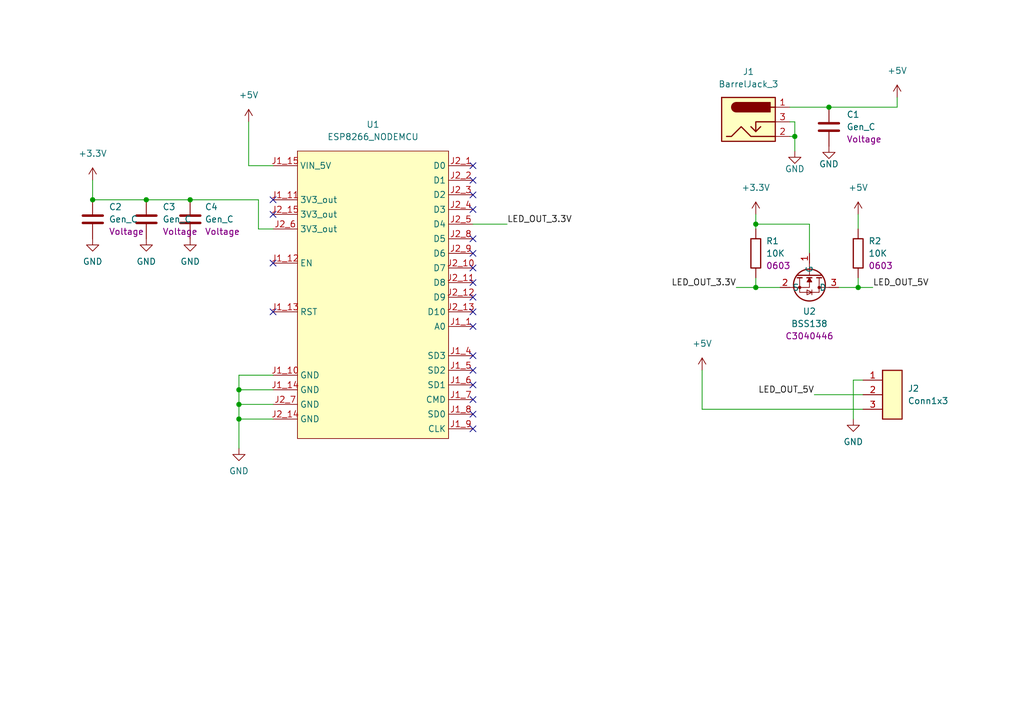
<source format=kicad_sch>
(kicad_sch (version 20211123) (generator eeschema)
  (paper "A5")
  (lib_symbols
    (symbol "Herranz - Capacitor (0603):Gen_C" (pin_numbers hide) (pin_names (offset 0) hide)
      (property "Reference" "C" (at 4 -7 0))
      (property "Value" "Gen_C" (at 6 -5 0))
      (property "Voltage" "Voltage" (at 7 -9 0))
      (symbol "Gen_C_0_1"
        (polyline (pts (xy -2 -6.75) (xy 2.064 -6.75)) (stroke (width 0.508)))
        (polyline (pts (xy -2 -5.25) (xy 2.064 -5.25)) (stroke (width 0.508)))
      )
      (symbol "Gen_C_1_1"
        (pin passive line (at 0 -2 270) (length 3) (name "~") (number "1"))
        (pin passive line (at 0 -10 90) (length 3) (name "~") (number "2"))
      )
    )
    (symbol "Herranz - Capacitor (0805):Gen_C" (pin_numbers hide) (pin_names (offset 0) hide)
      (property "Reference" "C" (at 4 -4 0))
      (property "Value" "Gen_C" (at 6 -2 0))
      (property "Voltage" "Voltage" (at 7 -6 0))
      (symbol "Gen_C_0_1"
        (polyline (pts (xy -2.032 -4.826) (xy 2.032 -4.826)) (stroke (width 0.508)))
        (polyline (pts (xy -2.032 -3.302) (xy 2.032 -3.302)) (stroke (width 0.508)))
      )
      (symbol "Gen_C_1_1"
        (pin passive line (at 0 0 270) (length 3) (name "~") (number "1"))
        (pin passive line (at 0 -8 90) (length 3) (name "~") (number "2"))
      )
    )
    (symbol "Herranz - Conn Power:BarrelJack_3"
      (property "Reference" "J" (at -6 1 0))
      (property "Value" "BarrelJack_3" (at -1 -10 0))
      (symbol "BarrelJack_3_0_1"
        (rectangle (start -7 0) (end 4 -9) (stroke (width 0.254)) (fill (type background)))
        (circle (center -4 -2) (radius 1) (fill (type outline)))
        (rectangle (start -4 -1) (end 2.985 -3) (fill (type outline)))
        (polyline (pts (xy 1 -6) (xy 0 -7)) (stroke (width 0.254)))
        (polyline (pts (xy 4 -2) (xy 2.73 -2)) (stroke (width 0.254)))
        (polyline (pts (xy 4 -5) (xy 0 -5) (xy 0 -7) (xy -1 -6)) (stroke (width 0.254)))
        (polyline (pts (xy -6 -8) (xy -5 -8) (xy -3 -6) (xy -1 -8) (xy 0.35 -8) (xy 4 -8)) (stroke (width 0.254)))
      )
      (symbol "BarrelJack_3_1_1"
        (pin passive line (at 7 -2 180) (length 3) (name "~") (number "1"))
        (pin passive line (at 7 -8 180) (length 3) (name "~") (number "2"))
        (pin passive line (at 7 -5 180) (length 3) (name "~") (number "3"))
      )
    )
    (symbol "Herranz - DevBoards:ESP8266_NODEMCU"
      (property "Reference" "U" (at 0 0 0))
      (property "Value" "ESP8266_NODEMCU" (at 0 0 0))
      (symbol "ESP8266_NODEMCU_0_0"
        (pin passive line (at 21 -39 180) (length 5) (name "A0") (number "J1_1"))
        (pin passive line (at -20 -49 0) (length 5) (name "GND") (number "J1_10"))
        (pin passive line (at -20 -13 0) (length 5) (name "3V3_out") (number "J1_11"))
        (pin passive line (at -20 -26 0) (length 5) (name "EN") (number "J1_12"))
        (pin passive line (at -20 -36 0) (length 5) (name "RST") (number "J1_13"))
        (pin passive line (at 21 -45 180) (length 5) (name "SD3") (number "J1_4"))
        (pin passive line (at 21 -48 180) (length 5) (name "SD2") (number "J1_5"))
        (pin passive line (at 21 -51 180) (length 5) (name "SD1") (number "J1_6"))
        (pin passive line (at 21 -54 180) (length 5) (name "CMD") (number "J1_7"))
        (pin passive line (at 21 -57 180) (length 5) (name "SD0") (number "J1_8"))
        (pin passive line (at 21 -60 180) (length 5) (name "CLK") (number "J1_9"))
        (pin passive line (at 21 -6 180) (length 5) (name "D0") (number "J2_1"))
        (pin passive line (at 21 -27 180) (length 5) (name "D7") (number "J2_10"))
        (pin passive line (at 21 -30 180) (length 5) (name "D8") (number "J2_11"))
        (pin passive line (at 21 -33 180) (length 5) (name "D9") (number "J2_12"))
        (pin passive line (at 21 -36 180) (length 5) (name "D10") (number "J2_13"))
        (pin passive line (at -20 -58 0) (length 5) (name "GND") (number "J2_14"))
        (pin passive line (at -20 -16 0) (length 5) (name "3V3_out") (number "J2_15"))
        (pin passive line (at 21 -9 180) (length 5) (name "D1") (number "J2_2"))
        (pin passive line (at 21 -11.96 180) (length 5) (name "D2") (number "J2_3"))
        (pin passive line (at 21 -15 180) (length 5) (name "D3") (number "J2_4"))
        (pin passive line (at 21 -18 180) (length 5) (name "D4") (number "J2_5"))
        (pin passive line (at -20 -19 0) (length 5) (name "3V3_out") (number "J2_6"))
        (pin passive line (at -20 -55 0) (length 5) (name "GND") (number "J2_7"))
        (pin passive line (at 21 -21 180) (length 5) (name "D5") (number "J2_8"))
        (pin passive line (at 21 -24 180) (length 5) (name "D6") (number "J2_9"))
      )
      (symbol "ESP8266_NODEMCU_0_1"
        (rectangle (start -15 -3) (end 16 -62) (fill (type background)))
      )
      (symbol "ESP8266_NODEMCU_1_1"
        (pin passive line (at -20 -52 0) (length 5) (name "GND") (number "J1_14"))
        (pin passive line (at -20 -6 0) (length 5) (name "VIN_5V") (number "J1_15"))
      )
    )
    (symbol "Herranz - Gen Connectors:Conn1x3" (pin_names hide)
      (property "Reference" "J" (at 0 0 0))
      (property "Value" "Conn1x3" (at 0 0 0))
      (symbol "Conn1x3_1_1"
        (rectangle (start -1 12) (end 3 2) (stroke (width 0.254)) (fill (type background)))
        (pin passive line (at -5 10 0) (length 4) (name "Pin_1") (number "1"))
        (pin passive line (at -5 7 0) (length 4) (name "Pin_2") (number "2"))
        (pin passive line (at -5 4 0) (length 4) (name "Pin_3") (number "3"))
      )
    )
    (symbol "Herranz - Resistors (0603):10K" (pin_numbers hide) (pin_names hide)
      (property "Reference" "R" (at -2 1 0))
      (property "Value" "10K" (at 0 -1 0))
      (property "Size" "0603" (at 0 -3 0))
      (symbol "10K_0_1"
        (rectangle (start -3 0) (end 3 -2) (stroke (width 0.254)))
      )
      (symbol "10K_1_1"
        (pin passive line (at -5 -1 0) (length 2) (name "~") (number "1"))
        (pin passive line (at 5 -1 180) (length 2) (name "~") (number "2"))
      )
    )
    (symbol "Herranz - Transistor:BSS138"
      (property "Reference" "U" (at 0 0 0))
      (property "Value" "BSS138" (at 0 0 0))
      (property "LCSC" "C3040446" (at 0 0 0))
      (symbol "BSS138_0_1"
        (circle (center -0.5 -10) (radius 3.269) (stroke (width 0.254)))
        (circle (center 0 -12) (radius 0.2553) (fill (type outline)))
        (circle (center 0 -8) (radius 0.2553) (fill (type outline)))
        (polyline (pts (xy -2.666 -10) (xy -5 -10)))
        (polyline (pts (xy -2.5 -7.5) (xy -2.5 -12.5)) (stroke (width 0.254)))
        (polyline (pts (xy -2 -11.5) (xy -2 -12.5)) (stroke (width 0.254)))
        (polyline (pts (xy -2 -9.5) (xy -2 -10.516)) (stroke (width 0.254)))
        (polyline (pts (xy -2 -7.5) (xy -2 -8.5)) (stroke (width 0.254)))
        (polyline (pts (xy 0 -14) (xy 0 -12)))
        (polyline (pts (xy 0 -8) (xy 0 -6)))
        (polyline (pts (xy 0 -12) (xy 0 -10) (xy -1.5 -10)))
        (polyline (pts (xy -2 -10) (xy -1.134 -10.5) (xy -1.134 -9.5) (xy -2 -10)) (fill (type outline)))
        (polyline (pts (xy -2 -8) (xy 1 -8) (xy 1 -12) (xy -2 -12)))
        (polyline (pts (xy 1 -9.5) (xy 0.5 -10.5) (xy 1.5 -10.5) (xy 1 -9.5)))
        (polyline (pts (xy 1.5 -9.5) (xy 1.5 -9.5) (xy 0.5 -9.5) (xy 0.5 -9.5)))
      )
      (symbol "BSS138_1_1"
        (pin passive line (at -7 -10 0) (length 2) (name "G") (number "1"))
        (pin passive line (at 0 -16 90) (length 2) (name "S") (number "2"))
        (pin passive line (at 0 -4 270) (length 2) (name "D") (number "3"))
      )
    )
    (symbol "power:+3.3V" (power) (pin_names (offset 0))
      (property "Value" "+3.3V" (at 0 3.556 0))
      (symbol "+3.3V_0_1"
        (polyline (pts (xy -0.762 1.27) (xy 0 2.54)))
        (polyline (pts (xy 0 0) (xy 0 2.54)))
        (polyline (pts (xy 0 2.54) (xy 0.762 1.27)))
      )
      (symbol "+3.3V_1_1"
        (pin power_in line (at 0 0 90) (length 0) hide (name "+3.3V") (number "1"))
      )
    )
    (symbol "power:+5V" (power) (pin_names (offset 0))
      (property "Value" "+5V" (at 0 3.556 0))
      (symbol "+5V_0_1"
        (polyline (pts (xy -0.762 1.27) (xy 0 2.54)))
        (polyline (pts (xy 0 0) (xy 0 2.54)))
        (polyline (pts (xy 0 2.54) (xy 0.762 1.27)))
      )
      (symbol "+5V_1_1"
        (pin power_in line (at 0 0 90) (length 0) hide (name "+5V") (number "1"))
      )
    )
    (symbol "power:GND" (power) (pin_names (offset 0))
      (property "Value" "GND" (at 0 -3.81 0))
      (symbol "GND_0_1"
        (polyline (pts (xy 0 0) (xy 0 -1.27) (xy 1.27 -1.27) (xy 0 -2.54) (xy -1.27 -1.27) (xy 0 -1.27)))
      )
      (symbol "GND_1_1"
        (pin power_in line (at 0 0 270) (length 0) hide (name "GND") (number "1"))
      )
    )
  )
  (junction (at 39 41))
  (junction (at 49 83))
  (junction (at 30 41))
  (junction (at 176 59))
  (junction (at 155 46))
  (junction (at 155 59))
  (junction (at 19 41))
  (junction (at 170 22))
  (junction (at 163 28))
  (junction (at 49 86))
  (junction (at 49 80))
  (no_connect (at 56 44))
  (no_connect (at 56 41))
  (no_connect (at 97 43))
  (no_connect (at 97 37))
  (no_connect (at 97 40))
  (no_connect (at 97 34))
  (no_connect (at 97 55))
  (no_connect (at 97 67))
  (no_connect (at 97 52))
  (no_connect (at 97 49))
  (no_connect (at 97 61))
  (no_connect (at 97 64))
  (no_connect (at 97 58))
  (no_connect (at 97 82))
  (no_connect (at 97 85))
  (no_connect (at 97 73))
  (no_connect (at 97 76))
  (no_connect (at 97 79))
  (no_connect (at 97 88))
  (no_connect (at 56 54))
  (no_connect (at 56 64))
  (wire (pts (xy 49 86) (xy 49 83)))
  (wire (pts (xy 163 25) (xy 163 28)))
  (wire (pts (xy 19 41) (xy 30 41)))
  (wire (pts (xy 49 86) (xy 56 86)))
  (wire (pts (xy 49 80) (xy 49 77)))
  (wire (pts (xy 49 80) (xy 56 80)))
  (wire (pts (xy 53 47) (xy 53 41)))
  (wire (pts (xy 144 84) (xy 177 84)))
  (wire (pts (xy 176 59) (xy 179 59)))
  (wire (pts (xy 49 77) (xy 56 77)))
  (wire (pts (xy 155 44) (xy 155 46)))
  (wire (pts (xy 172 59) (xy 176 59)))
  (wire (pts (xy 166 46) (xy 166 52)))
  (wire (pts (xy 176 57) (xy 176 59)))
  (wire (pts (xy 175 78) (xy 175 86)))
  (wire (pts (xy 170 22) (xy 184 22)))
  (wire (pts (xy 163 28) (xy 163 31)))
  (wire (pts (xy 176 44) (xy 176 47)))
  (wire (pts (xy 49 83) (xy 49 80)))
  (wire (pts (xy 155 46) (xy 166 46)))
  (wire (pts (xy 177 78) (xy 175 78)))
  (wire (pts (xy 19 37) (xy 19 41)))
  (wire (pts (xy 51 34) (xy 51 25)))
  (wire (pts (xy 49 83) (xy 56 83)))
  (wire (pts (xy 56 47) (xy 53 47)))
  (wire (pts (xy 155 59) (xy 160 59)))
  (wire (pts (xy 167 81) (xy 177 81)))
  (wire (pts (xy 49 92) (xy 49 86)))
  (wire (pts (xy 56 34) (xy 51 34)))
  (wire (pts (xy 53 41) (xy 39 41)))
  (wire (pts (xy 162 22) (xy 170 22)))
  (wire (pts (xy 151 59) (xy 155 59)))
  (wire (pts (xy 144 76) (xy 144 84)))
  (wire (pts (xy 184 22) (xy 184 20)))
  (wire (pts (xy 162 25) (xy 163 25)))
  (wire (pts (xy 155 46) (xy 155 47)))
  (wire (pts (xy 104 46) (xy 97 46)))
  (wire (pts (xy 30 41) (xy 39 41)))
  (wire (pts (xy 162 28) (xy 163 28)))
  (wire (pts (xy 155 57) (xy 155 59)))
  (label "LED_OUT_5V" (at 179 59 0))
  (label "LED_OUT_3.3V" (at 104 46 0))
  (label "LED_OUT_5V" (at 167 81 180))
  (label "LED_OUT_3.3V" (at 151 59 180))
  (symbol (lib_id "power:+3.3V") (at 19 37 0) (unit 1)
    (property "Reference" "#PWR0101" (effects hide))
    (property "Value" "+3.3V" (at 19 31.5 0))
  )
  (symbol (lib_id "Herranz - Resistors (0603):10K") (at 175 52 90) (unit 1)
    (property "Reference" "R2" (at 178.08 49.4599 90) (effects (justify right)))
    (property "Value" "10K" (at 178.08 51.9999 90) (effects (justify right)))
    (property "Footprint" "Resistor_SMD:R_0603_1608Metric" (effects hide))
    (property "Size" "0603" (at 178.08 54.5399 90) (effects (justify right)))
  )
  (symbol (lib_id "power:+5V") (at 184 20 0) (unit 1)
    (property "Reference" "#PWR0104" (effects hide))
    (property "Value" "+5V" (at 184 14.5 0))
  )
  (symbol (lib_id "Herranz - Capacitor (0805):Gen_C") (at 170 22 0) (unit 1)
    (property "Reference" "C1" (at 173.61 23.4999 0) (effects (justify left)))
    (property "Value" "Gen_C" (at 173.61 26.0399 0) (effects (justify left)))
    (property "Footprint" "Capacitor_SMD:C_0805_2012Metric" (effects hide))
    (property "Voltage" "Voltage" (at 173.61 28.5799 0) (effects (justify left)))
  )
  (symbol (lib_id "Herranz - Conn Power:BarrelJack_3") (at 155 20 0) (unit 1)
    (property "Reference" "J1" (at 153.5 14.72 0))
    (property "Value" "BarrelJack_3" (at 153.5 17.26 0))
    (property "Footprint" "Connector_BarrelJack:BarrelJack_GCT_DCJ200-10-A_Horizontal" (effects hide))
  )
  (symbol (lib_id "Herranz - Capacitor (0603):Gen_C") (at 39 39 0) (unit 1)
    (property "Reference" "C4" (at 42 42.46 0) (effects (justify left)))
    (property "Value" "Gen_C" (at 42 45 0) (effects (justify left)))
    (property "Footprint" "Capacitor_SMD:C_0603_1608Metric" (effects hide))
    (property "Voltage" "Voltage" (at 42 47.54 0) (effects (justify left)))
  )
  (symbol (lib_id "power:+3.3V") (at 155 44 0) (unit 1)
    (property "Reference" "#PWR0107" (effects hide))
    (property "Value" "+3.3V" (at 155 38.5 0))
  )
  (symbol (lib_id "power:GND") (at 30 49 0) (unit 1)
    (property "Reference" "#PWR0112" (effects hide))
    (property "Value" "GND" (at 30 53.67 0))
  )
  (symbol (lib_id "Herranz - Transistor:BSS138") (at 176 59 270) (unit 1)
    (property "Reference" "U2" (at 166 63.9 90))
    (property "Value" "BSS138" (at 166 66.44 90))
    (property "Footprint" "Package_TO_SOT_SMD:SOT-23" (effects hide))
    (property "LCSC" "C3040446" (at 166 68.98 90))
  )
  (symbol (lib_id "power:+5V") (at 51 25 0) (unit 1)
    (property "Reference" "#PWR0103" (effects hide))
    (property "Value" "+5V" (at 51 19.5 0))
  )
  (symbol (lib_id "Herranz - Resistors (0603):10K") (at 154 52 90) (unit 1)
    (property "Reference" "R1" (at 157.08 49.4599 90) (effects (justify right)))
    (property "Value" "10K" (at 157.08 51.9999 90) (effects (justify right)))
    (property "Footprint" "Resistor_SMD:R_0603_1608Metric" (effects hide))
    (property "Size" "0603" (at 157.08 54.5399 90) (effects (justify right)))
  )
  (symbol (lib_id "power:GND") (at 19 49 0) (unit 1)
    (property "Reference" "#PWR0111" (effects hide))
    (property "Value" "GND" (at 19 53.67 0))
  )
  (symbol (lib_id "Herranz - Capacitor (0603):Gen_C") (at 30 39 0) (unit 1)
    (property "Reference" "C3" (at 33.32 42.4599 0) (effects (justify left)))
    (property "Value" "Gen_C" (at 33.32 44.9999 0) (effects (justify left)))
    (property "Footprint" "Capacitor_SMD:C_0603_1608Metric" (effects hide))
    (property "Voltage" "Voltage" (at 33.32 47.5399 0) (effects (justify left)))
  )
  (symbol (lib_id "Herranz - Gen Connectors:Conn1x3") (at 182 88 0) (unit 1)
    (property "Reference" "J2" (at 186.15 79.7299 0) (effects (justify left)))
    (property "Value" "Conn1x3" (at 186.15 82.2699 0) (effects (justify left)))
    (property "Footprint" "TerminalBlock_Phoenix:TerminalBlock_Phoenix_MKDS-1,5-3-5.08_1x03_P5.08mm_Horizontal" (effects hide))
  )
  (symbol (lib_id "power:GND") (at 49 92 0) (unit 1)
    (property "Reference" "#PWR0102" (effects hide))
    (property "Value" "GND" (at 49 96.67 0))
  )
  (symbol (lib_id "power:GND") (at 39 49 0) (unit 1)
    (property "Reference" "#PWR0113" (effects hide))
    (property "Value" "GND" (at 39 53.67 0))
  )
  (symbol (lib_id "power:GND") (at 170 30 0) (unit 1)
    (property "Reference" "#PWR0110" (effects hide))
    (property "Value" "GND" (at 170 33.67 0))
  )
  (symbol (lib_id "power:GND") (at 175 86 0) (unit 1)
    (property "Reference" "#PWR0109" (effects hide))
    (property "Value" "GND" (at 175 90.67 0))
  )
  (symbol (lib_id "Herranz - DevBoards:ESP8266_NODEMCU") (at 76 28 0) (unit 1)
    (property "Reference" "U1" (at 76.5 25.55 0))
    (property "Value" "ESP8266_NODEMCU" (at 76.5 28.09 0))
    (property "Footprint" "Herranz - DevBoards:ESP8266-NodeMCU" (effects hide))
  )
  (symbol (lib_id "power:+5V") (at 176 44 0) (unit 1)
    (property "Reference" "#PWR0106" (effects hide))
    (property "Value" "+5V" (at 176 38.5 0))
  )
  (symbol (lib_id "Herranz - Capacitor (0603):Gen_C") (at 19 39 0) (unit 1)
    (property "Reference" "C2" (at 22.32 42.4599 0) (effects (justify left)))
    (property "Value" "Gen_C" (at 22.32 44.9999 0) (effects (justify left)))
    (property "Footprint" "Capacitor_SMD:C_0603_1608Metric" (effects hide))
    (property "Voltage" "Voltage" (at 22.32 47.5399 0) (effects (justify left)))
  )
  (symbol (lib_id "power:+5V") (at 144 76 0) (unit 1)
    (property "Reference" "#PWR0108" (effects hide))
    (property "Value" "+5V" (at 144 70.5 0))
  )
  (symbol (lib_id "power:GND") (at 163 31 0) (unit 1)
    (property "Reference" "#PWR0105" (effects hide))
    (property "Value" "GND" (at 163 34.67 0))
  )
)
</source>
